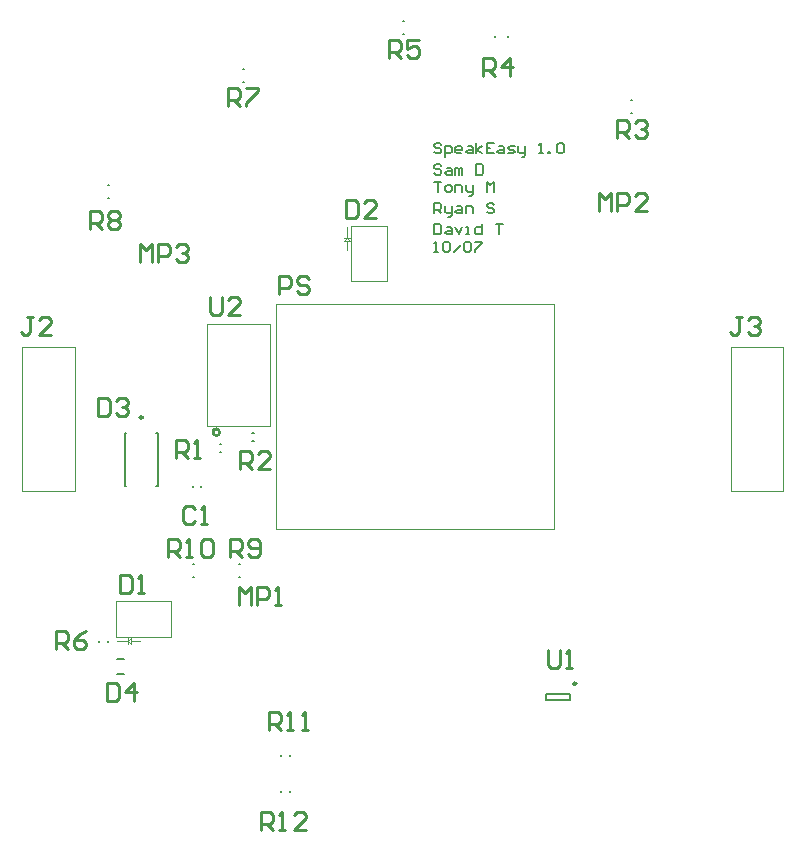
<source format=gbr>
%TF.GenerationSoftware,Altium Limited,Altium Designer,18.1.6 (161)*%
G04 Layer_Color=65535*
%FSLAX26Y26*%
%MOIN*%
%TF.FileFunction,Legend,Top*%
%TF.Part,Single*%
G01*
G75*
%TA.AperFunction,NonConductor*%
%ADD10C,0.010000*%
%ADD47C,0.007874*%
%ADD49C,0.003000*%
%ADD68C,0.003937*%
%ADD69C,0.009842*%
%ADD70C,0.007000*%
D10*
X2491180Y3106811D02*
G03*
X2491180Y3106811I-11180J0D01*
G01*
X2630000Y1780000D02*
Y1839981D01*
X2659990D01*
X2669987Y1829984D01*
Y1809990D01*
X2659990Y1799994D01*
X2630000D01*
X2649994D02*
X2669987Y1780000D01*
X2689981D02*
X2709974D01*
X2699977D01*
Y1839981D01*
X2689981Y1829984D01*
X2779952Y1780000D02*
X2739964D01*
X2779952Y1819987D01*
Y1829984D01*
X2769955Y1839981D01*
X2749961D01*
X2739964Y1829984D01*
X2655000Y2115000D02*
Y2174981D01*
X2684990D01*
X2694987Y2164984D01*
Y2144990D01*
X2684990Y2134994D01*
X2655000D01*
X2674994D02*
X2694987Y2115000D01*
X2714981D02*
X2734974D01*
X2724977D01*
Y2174981D01*
X2714981Y2164984D01*
X2764964Y2115000D02*
X2784958D01*
X2774961D01*
Y2174981D01*
X2764964Y2164984D01*
X3586000Y2380981D02*
Y2330997D01*
X3595997Y2321000D01*
X3615990D01*
X3625987Y2330997D01*
Y2380981D01*
X3645981Y2321000D02*
X3665974D01*
X3655977D01*
Y2380981D01*
X3645981Y2370984D01*
X1945000Y2384095D02*
Y2444075D01*
X1974990D01*
X1984987Y2434078D01*
Y2414085D01*
X1974990Y2404088D01*
X1945000D01*
X1964994D02*
X1984987Y2384095D01*
X2044968Y2444075D02*
X2024974Y2434078D01*
X2004981Y2414085D01*
Y2394091D01*
X2014977Y2384095D01*
X2034971D01*
X2044968Y2394091D01*
Y2404088D01*
X2034971Y2414085D01*
X2004981D01*
X2115000Y2269981D02*
Y2210000D01*
X2144990D01*
X2154987Y2219997D01*
Y2259984D01*
X2144990Y2269981D01*
X2115000D01*
X2204971Y2210000D02*
Y2269981D01*
X2174981Y2239990D01*
X2214968D01*
X3756000Y3844000D02*
Y3903981D01*
X3775994Y3883987D01*
X3795987Y3903981D01*
Y3844000D01*
X3815981D02*
Y3903981D01*
X3845971D01*
X3855968Y3893984D01*
Y3873990D01*
X3845971Y3863994D01*
X3815981D01*
X3915948Y3844000D02*
X3875961D01*
X3915948Y3883987D01*
Y3893984D01*
X3905952Y3903981D01*
X3885958D01*
X3875961Y3893984D01*
X2555000Y2530000D02*
Y2589981D01*
X2574994Y2569987D01*
X2594987Y2589981D01*
Y2530000D01*
X2614981D02*
Y2589981D01*
X2644971D01*
X2654968Y2579984D01*
Y2559990D01*
X2644971Y2549994D01*
X2614981D01*
X2674961Y2530000D02*
X2694955D01*
X2684958D01*
Y2589981D01*
X2674961Y2579984D01*
X2226500Y3674500D02*
Y3734481D01*
X2246494Y3714487D01*
X2266487Y3734481D01*
Y3674500D01*
X2286481D02*
Y3734481D01*
X2316471D01*
X2326468Y3724484D01*
Y3704490D01*
X2316471Y3694494D01*
X2286481D01*
X2346461Y3724484D02*
X2356458Y3734481D01*
X2376452D01*
X2386448Y3724484D01*
Y3714487D01*
X2376452Y3704490D01*
X2366455D01*
X2376452D01*
X2386448Y3694494D01*
Y3684497D01*
X2376452Y3674500D01*
X2356458D01*
X2346461Y3684497D01*
X4230987Y3489981D02*
X4210993D01*
X4220990D01*
Y3439997D01*
X4210993Y3430000D01*
X4200997D01*
X4191000Y3439997D01*
X4250981Y3479984D02*
X4260977Y3489981D01*
X4280971D01*
X4290968Y3479984D01*
Y3469987D01*
X4280971Y3459990D01*
X4270974D01*
X4280971D01*
X4290968Y3449994D01*
Y3439997D01*
X4280971Y3430000D01*
X4260977D01*
X4250981Y3439997D01*
X2458000Y3557981D02*
Y3507997D01*
X2467997Y3498000D01*
X2487990D01*
X2497987Y3507997D01*
Y3557981D01*
X2557968Y3498000D02*
X2517981D01*
X2557968Y3537987D01*
Y3547984D01*
X2547971Y3557981D01*
X2527977D01*
X2517981Y3547984D01*
X2085000Y3219981D02*
Y3160000D01*
X2114990D01*
X2124987Y3169997D01*
Y3209984D01*
X2114990Y3219981D01*
X2085000D01*
X2144981Y3209984D02*
X2154977Y3219981D01*
X2174971D01*
X2184968Y3209984D01*
Y3199987D01*
X2174971Y3189990D01*
X2164974D01*
X2174971D01*
X2184968Y3179994D01*
Y3169997D01*
X2174971Y3160000D01*
X2154977D01*
X2144981Y3169997D01*
X2320000Y2690000D02*
Y2749981D01*
X2349990D01*
X2359987Y2739984D01*
Y2719990D01*
X2349990Y2709994D01*
X2320000D01*
X2339994D02*
X2359987Y2690000D01*
X2379981D02*
X2399974D01*
X2389977D01*
Y2749981D01*
X2379981Y2739984D01*
X2429964D02*
X2439961Y2749981D01*
X2459955D01*
X2469952Y2739984D01*
Y2699997D01*
X2459955Y2690000D01*
X2439961D01*
X2429964Y2699997D01*
Y2739984D01*
X2525000Y2690000D02*
Y2749981D01*
X2554990D01*
X2564987Y2739984D01*
Y2719990D01*
X2554990Y2709994D01*
X2525000D01*
X2544994D02*
X2564987Y2690000D01*
X2584981Y2699997D02*
X2594977Y2690000D01*
X2614971D01*
X2624968Y2699997D01*
Y2739984D01*
X2614971Y2749981D01*
X2594977D01*
X2584981Y2739984D01*
Y2729987D01*
X2594977Y2719990D01*
X2624968D01*
X2060000Y3785000D02*
Y3844981D01*
X2089990D01*
X2099987Y3834984D01*
Y3814990D01*
X2089990Y3804994D01*
X2060000D01*
X2079994D02*
X2099987Y3785000D01*
X2119981Y3834984D02*
X2129977Y3844981D01*
X2149971D01*
X2159968Y3834984D01*
Y3824987D01*
X2149971Y3814990D01*
X2159968Y3804994D01*
Y3794997D01*
X2149971Y3785000D01*
X2129977D01*
X2119981Y3794997D01*
Y3804994D01*
X2129977Y3814990D01*
X2119981Y3824987D01*
Y3834984D01*
X2129977Y3814990D02*
X2149971D01*
X2520000Y4195000D02*
Y4254981D01*
X2549990D01*
X2559987Y4244984D01*
Y4224990D01*
X2549990Y4214993D01*
X2520000D01*
X2539994D02*
X2559987Y4195000D01*
X2579981Y4254981D02*
X2619968D01*
Y4244984D01*
X2579981Y4204997D01*
Y4195000D01*
X3055000Y4355000D02*
Y4414981D01*
X3084990D01*
X3094987Y4404984D01*
Y4384990D01*
X3084990Y4374993D01*
X3055000D01*
X3074994D02*
X3094987Y4355000D01*
X3154968Y4414981D02*
X3114981D01*
Y4384990D01*
X3134974Y4394987D01*
X3144971D01*
X3154968Y4384990D01*
Y4364997D01*
X3144971Y4355000D01*
X3124977D01*
X3114981Y4364997D01*
X3370000Y4295000D02*
Y4354981D01*
X3399990D01*
X3409987Y4344984D01*
Y4324990D01*
X3399990Y4314993D01*
X3370000D01*
X3389994D02*
X3409987Y4295000D01*
X3459971D02*
Y4354981D01*
X3429981Y4324990D01*
X3469968D01*
X3814997Y4088175D02*
Y4148156D01*
X3844987D01*
X3854984Y4138159D01*
Y4118165D01*
X3844987Y4108169D01*
X3814997D01*
X3834990D02*
X3854984Y4088175D01*
X3874977Y4138159D02*
X3884974Y4148156D01*
X3904968D01*
X3914965Y4138159D01*
Y4128162D01*
X3904968Y4118165D01*
X3894971D01*
X3904968D01*
X3914965Y4108169D01*
Y4098172D01*
X3904968Y4088175D01*
X3884974D01*
X3874977Y4098172D01*
X2560118Y2985000D02*
Y3044981D01*
X2590108D01*
X2600105Y3034984D01*
Y3014990D01*
X2590108Y3004994D01*
X2560118D01*
X2580112D02*
X2600105Y2985000D01*
X2660086D02*
X2620099D01*
X2660086Y3024987D01*
Y3034984D01*
X2650089Y3044981D01*
X2630095D01*
X2620099Y3034984D01*
X2345000Y3020000D02*
Y3079981D01*
X2374990D01*
X2384987Y3069984D01*
Y3049990D01*
X2374990Y3039994D01*
X2345000D01*
X2364994D02*
X2384987Y3020000D01*
X2404981D02*
X2424974D01*
X2414977D01*
Y3079981D01*
X2404981Y3069984D01*
X2688394Y3566000D02*
Y3625981D01*
X2718384D01*
X2728381Y3615984D01*
Y3595990D01*
X2718384Y3585994D01*
X2688394D01*
X2788361Y3615984D02*
X2778365Y3625981D01*
X2758371D01*
X2748374Y3615984D01*
Y3605987D01*
X2758371Y3595990D01*
X2778365D01*
X2788361Y3585994D01*
Y3575997D01*
X2778365Y3566000D01*
X2758371D01*
X2748374Y3575997D01*
X1867987Y3489981D02*
X1847994D01*
X1857990D01*
Y3439997D01*
X1847994Y3430000D01*
X1837997D01*
X1828000Y3439997D01*
X1927968Y3430000D02*
X1887981D01*
X1927968Y3469987D01*
Y3479984D01*
X1917971Y3489981D01*
X1897977D01*
X1887981Y3479984D01*
X2913000Y3881981D02*
Y3822000D01*
X2942990D01*
X2952987Y3831997D01*
Y3871984D01*
X2942990Y3881981D01*
X2913000D01*
X3012968Y3822000D02*
X2972981D01*
X3012968Y3861987D01*
Y3871984D01*
X3002971Y3881981D01*
X2982977D01*
X2972981Y3871984D01*
X2158500Y2631481D02*
Y2571500D01*
X2188490D01*
X2198487Y2581497D01*
Y2621484D01*
X2188490Y2631481D01*
X2158500D01*
X2218481Y2571500D02*
X2238474D01*
X2228477D01*
Y2631481D01*
X2218481Y2621484D01*
X2409987Y2849984D02*
X2399990Y2859981D01*
X2379997D01*
X2370000Y2849984D01*
Y2809997D01*
X2379997Y2800000D01*
X2399990D01*
X2409987Y2809997D01*
X2429981Y2800000D02*
X2449974D01*
X2439977D01*
Y2859981D01*
X2429981Y2849984D01*
D47*
X2120039Y2408032D02*
Y2411968D01*
X2088543Y2408032D02*
Y2411968D01*
X2694252Y2028032D02*
Y2031968D01*
X2725748Y2028032D02*
Y2031968D01*
X2694252Y1908032D02*
Y1911968D01*
X2725748Y1908032D02*
Y1911968D01*
X2148189Y2349606D02*
X2171811D01*
X2148189Y2300394D02*
X2171811D01*
X3659370Y2215157D02*
Y2234843D01*
X3580630Y2215157D02*
Y2234843D01*
X3659370D01*
X3580630Y2215157D02*
X3659370D01*
X2555000Y2623347D02*
X2558937D01*
X2555000Y2666654D02*
X2558937D01*
X2174882Y2926417D02*
X2180787D01*
X2174882Y3103583D02*
X2180787D01*
X2279213Y2926417D02*
X2285118D01*
X2279213Y3103583D02*
X2285118D01*
X2174882Y2926417D02*
Y3103583D01*
X2285118Y2926417D02*
Y3103583D01*
X2403032Y2666654D02*
X2406969D01*
X2403032Y2623347D02*
X2406969D01*
X2118031Y3888346D02*
X2121968D01*
X2118031Y3931653D02*
X2121968D01*
X2568149Y4273346D02*
X2572086D01*
X2568149Y4316654D02*
X2572086D01*
X3103032Y4476654D02*
X3106969D01*
X3103032Y4433346D02*
X3106969D01*
X3451654Y4423031D02*
Y4426968D01*
X3408347Y4423031D02*
Y4426968D01*
X3863028Y4171521D02*
X3866965D01*
X3863028Y4214829D02*
X3866965D01*
X2600591Y3103780D02*
X2604528D01*
X2600591Y3076220D02*
X2604528D01*
X2493032Y3068780D02*
X2496968D01*
X2493032Y3041220D02*
X2496968D01*
X2428780Y2923031D02*
Y2926968D01*
X2401220Y2923031D02*
Y2926968D01*
D49*
X2915000Y3715000D02*
Y3745000D01*
X2905000D02*
X2915000Y3755000D01*
X2905000Y3745000D02*
X2925000D01*
X2915000Y3755000D02*
X2925000Y3745000D01*
X2905000Y3755000D02*
X2915000D01*
X2905000D02*
X2925000D01*
X2915000D02*
Y3790000D01*
X3050000Y3610000D02*
Y3795000D01*
X2930000Y3610000D02*
X3050000D01*
X2930000D02*
Y3795000D01*
X3050000D01*
X2450000Y3466811D02*
X2660000D01*
Y3126811D02*
Y3466811D01*
X2450000Y3126811D02*
X2660000D01*
X2450000D02*
Y3466811D01*
X2195000Y2410000D02*
X2225000D01*
X2185000D02*
X2195000Y2400000D01*
Y2420000D01*
X2185000Y2410000D02*
X2195000Y2420000D01*
X2185000Y2400000D02*
Y2410000D01*
Y2400000D02*
Y2420000D01*
X2150000Y2410000D02*
X2185000D01*
X2145000Y2545000D02*
X2330000D01*
Y2425000D02*
Y2545000D01*
X2145000Y2425000D02*
X2330000D01*
X2145000D02*
Y2545000D01*
X2680000Y2785000D02*
Y3535000D01*
X3605000D01*
Y2785000D02*
Y3535000D01*
X2680000Y2785000D02*
X3605000D01*
X4195709Y2909606D02*
X4370709D01*
Y3389606D01*
X4195709D02*
X4370709D01*
X4195709Y2909606D02*
Y3389606D01*
X1833504Y2909606D02*
X2008504D01*
Y3389606D01*
X1833504D02*
X2008504D01*
X1833504Y2909606D02*
Y3389606D01*
D68*
X2248583Y2325000D02*
G03*
X2248583Y2325000I-1968J0D01*
G01*
D69*
X3680039Y2268307D02*
G03*
X3680039Y2268307I-4921J0D01*
G01*
X2234921Y3155748D02*
G03*
X2234921Y3155748I-4921J0D01*
G01*
D70*
X3230326Y4065078D02*
X3224494Y4070909D01*
X3212831D01*
X3207000Y4065078D01*
Y4059247D01*
X3212831Y4053415D01*
X3224494D01*
X3230326Y4047584D01*
Y4041752D01*
X3224494Y4035921D01*
X3212831D01*
X3207000Y4041752D01*
X3241989Y4024258D02*
Y4059247D01*
X3259483D01*
X3265314Y4053415D01*
Y4041752D01*
X3259483Y4035921D01*
X3241989D01*
X3294472D02*
X3282809D01*
X3276977Y4041752D01*
Y4053415D01*
X3282809Y4059247D01*
X3294472D01*
X3300303Y4053415D01*
Y4047584D01*
X3276977D01*
X3317798Y4059247D02*
X3329460D01*
X3335292Y4053415D01*
Y4035921D01*
X3317798D01*
X3311966Y4041752D01*
X3317798Y4047584D01*
X3335292D01*
X3346955Y4035921D02*
Y4070909D01*
Y4047584D02*
X3364449Y4059247D01*
X3346955Y4047584D02*
X3364449Y4035921D01*
X3405269Y4070909D02*
X3381943D01*
Y4035921D01*
X3405269D01*
X3381943Y4053415D02*
X3393606D01*
X3422764Y4059247D02*
X3434427D01*
X3440258Y4053415D01*
Y4035921D01*
X3422764D01*
X3416932Y4041752D01*
X3422764Y4047584D01*
X3440258D01*
X3451921Y4035921D02*
X3469415D01*
X3475247Y4041752D01*
X3469415Y4047584D01*
X3457752D01*
X3451921Y4053415D01*
X3457752Y4059247D01*
X3475247D01*
X3486910D02*
Y4041752D01*
X3492741Y4035921D01*
X3510235D01*
Y4030089D01*
X3504404Y4024258D01*
X3498573D01*
X3510235Y4035921D02*
Y4059247D01*
X3556887Y4035921D02*
X3568550D01*
X3562718D01*
Y4070909D01*
X3556887Y4065078D01*
X3586044Y4035921D02*
Y4041752D01*
X3591876D01*
Y4035921D01*
X3586044D01*
X3615201Y4065078D02*
X3621033Y4070909D01*
X3632696D01*
X3638527Y4065078D01*
Y4041752D01*
X3632696Y4035921D01*
X3621033D01*
X3615201Y4041752D01*
Y4065078D01*
X3230326Y3994629D02*
X3224494Y4000460D01*
X3212831D01*
X3207000Y3994629D01*
Y3988797D01*
X3212831Y3982966D01*
X3224494D01*
X3230326Y3977134D01*
Y3971303D01*
X3224494Y3965471D01*
X3212831D01*
X3207000Y3971303D01*
X3247820Y3988797D02*
X3259483D01*
X3265314Y3982966D01*
Y3965471D01*
X3247820D01*
X3241989Y3971303D01*
X3247820Y3977134D01*
X3265314D01*
X3276977Y3965471D02*
Y3988797D01*
X3282809D01*
X3288640Y3982966D01*
Y3965471D01*
Y3982966D01*
X3294472Y3988797D01*
X3300303Y3982966D01*
Y3965471D01*
X3346955Y4000460D02*
Y3965471D01*
X3364449D01*
X3370281Y3971303D01*
Y3994629D01*
X3364449Y4000460D01*
X3346955D01*
X3207000Y3941674D02*
X3230326D01*
X3218663D01*
Y3906685D01*
X3247820D02*
X3259483D01*
X3265314Y3912516D01*
Y3924179D01*
X3259483Y3930011D01*
X3247820D01*
X3241989Y3924179D01*
Y3912516D01*
X3247820Y3906685D01*
X3276977D02*
Y3930011D01*
X3294472D01*
X3300303Y3924179D01*
Y3906685D01*
X3311966Y3930011D02*
Y3912516D01*
X3317798Y3906685D01*
X3335292D01*
Y3900854D01*
X3329460Y3895022D01*
X3323629D01*
X3335292Y3906685D02*
Y3930011D01*
X3381943Y3906685D02*
Y3941674D01*
X3393606Y3930011D01*
X3405269Y3941674D01*
Y3906685D01*
X3207000Y3836236D02*
Y3871224D01*
X3224494D01*
X3230326Y3865393D01*
Y3853730D01*
X3224494Y3847899D01*
X3207000D01*
X3218663D02*
X3230326Y3836236D01*
X3241989Y3859561D02*
Y3842067D01*
X3247820Y3836236D01*
X3265314D01*
Y3830404D01*
X3259483Y3824573D01*
X3253652D01*
X3265314Y3836236D02*
Y3859561D01*
X3282809D02*
X3294472D01*
X3300303Y3853730D01*
Y3836236D01*
X3282809D01*
X3276977Y3842067D01*
X3282809Y3847899D01*
X3300303D01*
X3311966Y3836236D02*
Y3859561D01*
X3329460D01*
X3335292Y3853730D01*
Y3836236D01*
X3405269Y3865393D02*
X3399438Y3871224D01*
X3387775D01*
X3381943Y3865393D01*
Y3859561D01*
X3387775Y3853730D01*
X3399438D01*
X3405269Y3847899D01*
Y3842067D01*
X3399438Y3836236D01*
X3387775D01*
X3381943Y3842067D01*
X3207000Y3800775D02*
Y3765786D01*
X3224494D01*
X3230326Y3771618D01*
Y3794944D01*
X3224494Y3800775D01*
X3207000D01*
X3247820Y3789112D02*
X3259483D01*
X3265314Y3783281D01*
Y3765786D01*
X3247820D01*
X3241989Y3771618D01*
X3247820Y3777449D01*
X3265314D01*
X3276977Y3789112D02*
X3288640Y3765786D01*
X3300303Y3789112D01*
X3311966Y3765786D02*
X3323629D01*
X3317798D01*
Y3789112D01*
X3311966D01*
X3364449Y3800775D02*
Y3765786D01*
X3346955D01*
X3341123Y3771618D01*
Y3783281D01*
X3346955Y3789112D01*
X3364449D01*
X3411101Y3800775D02*
X3434427D01*
X3422764D01*
Y3765786D01*
X3207000Y3707000D02*
X3218663D01*
X3212831D01*
Y3741989D01*
X3207000Y3736157D01*
X3236157D02*
X3241989Y3741989D01*
X3253651D01*
X3259483Y3736157D01*
Y3712831D01*
X3253651Y3707000D01*
X3241989D01*
X3236157Y3712831D01*
Y3736157D01*
X3271146Y3707000D02*
X3294472Y3730326D01*
X3306135Y3736157D02*
X3311966Y3741989D01*
X3323629D01*
X3329460Y3736157D01*
Y3712831D01*
X3323629Y3707000D01*
X3311966D01*
X3306135Y3712831D01*
Y3736157D01*
X3341123Y3741989D02*
X3364449D01*
Y3736157D01*
X3341123Y3712831D01*
Y3707000D01*
%TF.MD5,a19c4bd2bc156cd7933de703aff584dc*%
M02*

</source>
